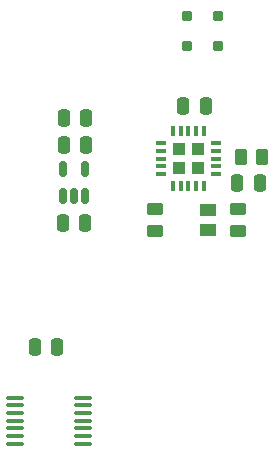
<source format=gbr>
%TF.GenerationSoftware,KiCad,Pcbnew,9.0.5*%
%TF.CreationDate,2025-10-13T11:36:34+02:00*%
%TF.ProjectId,MAX31865,4d415833-3138-4363-952e-6b696361645f,rev?*%
%TF.SameCoordinates,Original*%
%TF.FileFunction,Paste,Top*%
%TF.FilePolarity,Positive*%
%FSLAX46Y46*%
G04 Gerber Fmt 4.6, Leading zero omitted, Abs format (unit mm)*
G04 Created by KiCad (PCBNEW 9.0.5) date 2025-10-13 11:36:34*
%MOMM*%
%LPD*%
G01*
G04 APERTURE LIST*
G04 Aperture macros list*
%AMRoundRect*
0 Rectangle with rounded corners*
0 $1 Rounding radius*
0 $2 $3 $4 $5 $6 $7 $8 $9 X,Y pos of 4 corners*
0 Add a 4 corners polygon primitive as box body*
4,1,4,$2,$3,$4,$5,$6,$7,$8,$9,$2,$3,0*
0 Add four circle primitives for the rounded corners*
1,1,$1+$1,$2,$3*
1,1,$1+$1,$4,$5*
1,1,$1+$1,$6,$7*
1,1,$1+$1,$8,$9*
0 Add four rect primitives between the rounded corners*
20,1,$1+$1,$2,$3,$4,$5,0*
20,1,$1+$1,$4,$5,$6,$7,0*
20,1,$1+$1,$6,$7,$8,$9,0*
20,1,$1+$1,$8,$9,$2,$3,0*%
G04 Aperture macros list end*
%ADD10RoundRect,0.120000X-0.280000X-0.279999X0.280000X-0.279999X0.280000X0.279999X-0.280000X0.279999X0*%
%ADD11RoundRect,0.250000X-0.250000X-0.475000X0.250000X-0.475000X0.250000X0.475000X-0.250000X0.475000X0*%
%ADD12RoundRect,0.100000X-0.637500X-0.100000X0.637500X-0.100000X0.637500X0.100000X-0.637500X0.100000X0*%
%ADD13R,1.450000X1.113000*%
%ADD14RoundRect,0.250000X-0.450000X0.262500X-0.450000X-0.262500X0.450000X-0.262500X0.450000X0.262500X0*%
%ADD15RoundRect,0.250000X0.262500X0.450000X-0.262500X0.450000X-0.262500X-0.450000X0.262500X-0.450000X0*%
%ADD16R,1.131400X1.131400*%
%ADD17R,0.861800X0.331800*%
%ADD18R,0.331800X0.861800*%
%ADD19R,0.672000X0.672000*%
%ADD20RoundRect,0.250000X0.250000X0.475000X-0.250000X0.475000X-0.250000X-0.475000X0.250000X-0.475000X0*%
%ADD21RoundRect,0.250000X0.450000X-0.262500X0.450000X0.262500X-0.450000X0.262500X-0.450000X-0.262500X0*%
%ADD22RoundRect,0.150000X0.150000X-0.512500X0.150000X0.512500X-0.150000X0.512500X-0.150000X-0.512500X0*%
G04 APERTURE END LIST*
D10*
%TO.C,J1*%
X124940000Y-75920000D03*
X127540000Y-75920000D03*
X124940000Y-78520000D03*
X127540000Y-78520000D03*
%TD*%
D11*
%TO.C,C1*%
X114463100Y-84587100D03*
X116363100Y-84587100D03*
%TD*%
D12*
%TO.C,U3*%
X110377500Y-108270000D03*
X110377500Y-108920000D03*
X110377500Y-109570000D03*
X110377500Y-110220000D03*
X110377500Y-110870000D03*
X110377500Y-111520000D03*
X110377500Y-112170000D03*
X116102500Y-112170000D03*
X116102500Y-111520000D03*
X116102500Y-110870000D03*
X116102500Y-110220000D03*
X116102500Y-109570000D03*
X116102500Y-108920000D03*
X116102500Y-108270000D03*
%TD*%
D13*
%TO.C,FB1*%
X126691000Y-92384000D03*
X126691000Y-94070000D03*
%TD*%
D14*
%TO.C,R2*%
X129240000Y-92307500D03*
X129240000Y-94132500D03*
%TD*%
D15*
%TO.C,R1*%
X131286500Y-87893000D03*
X129461500Y-87893000D03*
%TD*%
D16*
%TO.C,U1*%
X124240000Y-88820000D03*
X125840000Y-88820000D03*
X124240000Y-87220000D03*
X125840000Y-87220000D03*
D17*
X127365000Y-89320000D03*
X127365000Y-88670000D03*
X127365000Y-88020000D03*
X127365000Y-87370000D03*
X127365000Y-86720000D03*
D18*
X126340000Y-85695000D03*
X125690000Y-85695000D03*
X125040000Y-85695000D03*
X124390000Y-85695000D03*
X123740000Y-85695000D03*
D17*
X122715000Y-86720000D03*
X122715000Y-87370000D03*
X122715000Y-88020000D03*
X122715000Y-88670000D03*
X122715000Y-89320000D03*
D18*
X123740000Y-90345000D03*
X124390000Y-90345000D03*
X125040000Y-90345000D03*
X125690000Y-90345000D03*
X126340000Y-90345000D03*
D19*
X124240000Y-88820000D03*
X125840000Y-88820000D03*
X124240000Y-87220000D03*
X125840000Y-87220000D03*
%TD*%
D20*
%TO.C,C6*%
X113950000Y-104000000D03*
X112050000Y-104000000D03*
%TD*%
D11*
%TO.C,C5*%
X114463100Y-86873100D03*
X116363100Y-86873100D03*
%TD*%
D21*
%TO.C,R8*%
X122240000Y-94132500D03*
X122240000Y-92307500D03*
%TD*%
D22*
%TO.C,U2*%
X114390000Y-91220000D03*
X115340000Y-91220000D03*
X116290000Y-91220000D03*
X116290000Y-88945000D03*
X114390000Y-88945000D03*
%TD*%
D11*
%TO.C,C2*%
X129170000Y-90052000D03*
X131070000Y-90052000D03*
%TD*%
%TO.C,C4*%
X114390000Y-93462500D03*
X116290000Y-93462500D03*
%TD*%
D20*
%TO.C,C3*%
X126498000Y-83575000D03*
X124598000Y-83575000D03*
%TD*%
M02*

</source>
